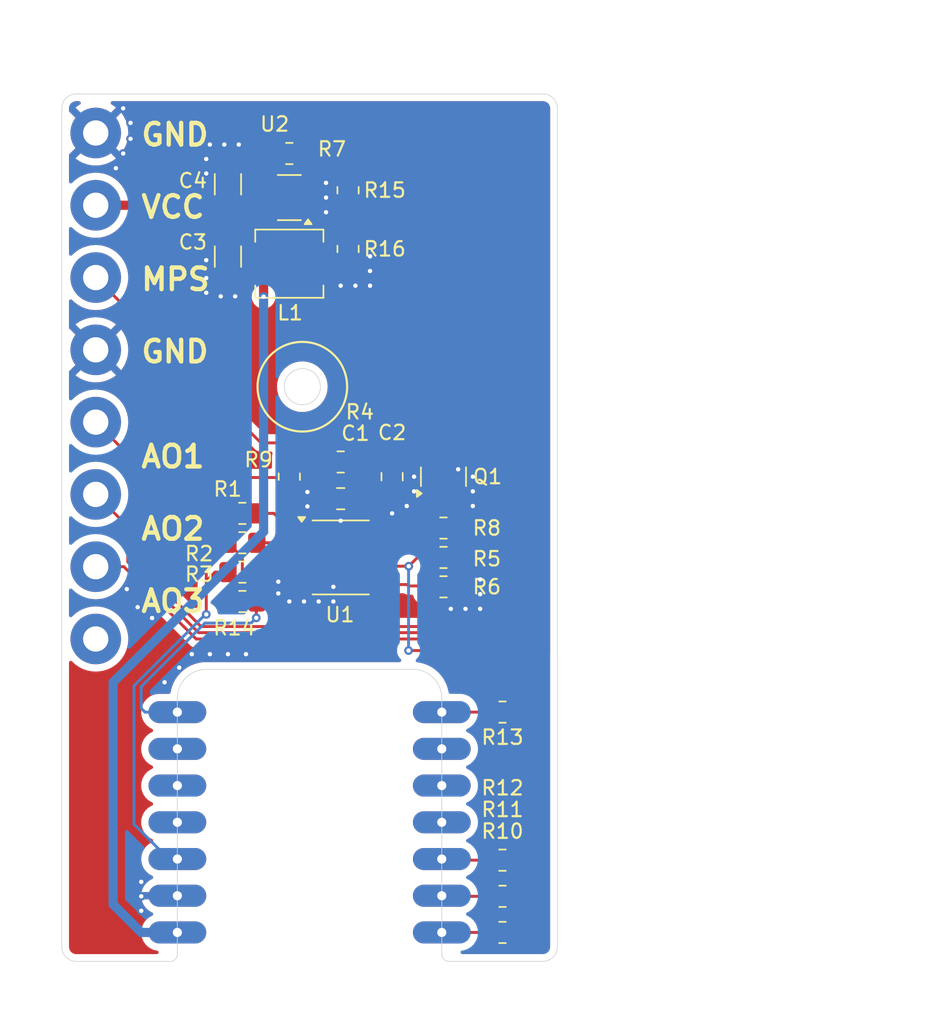
<source format=kicad_pcb>
(kicad_pcb (version 20240108) (generator "pcbnew") (generator_version "8.0")
  (layers (0 "F.Cu" signal) (31 "B.Cu" signal) (34 "B.Paste" user) (35 "F.Paste" user) (36 "B.SilkS" user "B.Silkscreen") (37 "F.SilkS" user "F.Silkscreen") (38 "B.Mask" user) (39 "F.Mask" user) (44 "Edge.Cuts" user))
  (net 0 "")
  (net 1 "GND")
  (net 2 "+3V3")
  (net 3 "MPS")
  (net 4 "+5V")
  (net 5 "+24V")
  (net 6 "Net-(U1A--)")
  (net 8 "AO3")
  (net 9 "AO1")
  (net 10 "AO2")
  (net 11 "Net-(Q1-B)")
  (net 12 "UART_RX")
  (net 13 "Net-(U1A-+)")
  (net 14 "UART_TX")
  (net 15 "Net-(U2-SW)")
  (net 16 "Net-(J1-Pin_7)")
  (net 18 "Net-(J1-Pin_3)")
  (net 19 "Net-(U2-FB)")
  (net 20 "Net-(J1-Pin_2)")
  (net 24 "Net-(J2-Pin_7)")
  (net 25 "Net-(R15-Pad2)")
  (net 27 "Net-(J1-Pin_1)")
  (footprint "Resistor_SMD:R_0805_2012Metric_Pad1.20x1.40mm_HandSolder" (layer "F.Cu") (at 162.5 73.076)
    (property "Reference" "R3" (at -3.0004 0.1524 0) (layer "F.SilkS"))
    (property "Value" "15k")
    (fp_line (start -0.227064 -0.735) (end 0.227064 -0.735) (stroke (width 0.12)) (layer "F.SilkS"))
    (fp_line (start -0.227064 0.735) (end 0.227064 0.735) (stroke (width 0.12)) (layer "F.SilkS"))
    (pad "1" smd roundrect (at -1 0) (size 1.2 1.4) (layers "F.Cu" "F.Paste" "F.Mask") (roundrect_rratio 0.208333) (net 2 "+3V3"))
    (pad "2" smd roundrect (at 1 0) (size 1.2 1.4) (layers "F.Cu" "F.Paste" "F.Mask") (roundrect_rratio 0.208333) (net 13 "Net-(U1A-+)"))
  )
  (footprint "Project_Library:XIAO_ESP32-C3_Custom_Connector" (layer "F.Cu") (at 158 98 180)
    (property "Reference" "J2" (hide yes))
    (property "Value" "Conn_01x07_Socket")
    (pad "1" thru_hole oval (at 0 0 180) (size 4 1.524) (drill 0.635) (layers "*.Cu" "*.Mask") (net 4 "+5V"))
    (pad "2" thru_hole oval (at 0 2.54 180) (size 4 1.524) (drill 0.635) (layers "*.Cu" "*.Mask") (net 1 "GND"))
    (pad "3" thru_hole oval (at 0 5.08 180) (size 4 1.524) (drill 0.635) (layers "*.Cu" "*.Mask") (net 2 "+3V3"))
    (pad "4" thru_hole oval (at 0 7.62 180) (size 4 1.524) (drill 0.635) (layers "*.Cu" "*.Mask"))
    (pad "5" thru_hole oval (at 0 10.16 180) (size 4 1.524) (drill 0.635) (layers "*.Cu" "*.Mask"))
    (pad "6" thru_hole oval (at 0 12.7 180) (size 4 1.524) (drill 0.635) (layers "*.Cu" "*.Mask"))
    (pad "7" thru_hole oval (at 0 15.24 180) (size 4 1.524) (drill 0.635) (layers "*.Cu" "*.Mask") (net 24 "Net-(J2-Pin_7)"))
  )
  (footprint "Resistor_SMD:R_0805_2012Metric_Pad1.20x1.40mm_HandSolder" (layer "F.Cu") (at 169.812 46.66 -90)
    (property "Reference" "R15" (at 0 -2.54 180) (layer "F.SilkS"))
    (property "Value" "33k")
    (fp_line (start -0.227064 0.735) (end 0.227064 0.735) (stroke (width 0.12)) (layer "F.SilkS"))
    (fp_line (start -0.227064 -0.735) (end 0.227064 -0.735) (stroke (width 0.12)) (layer "F.SilkS"))
    (pad "1" smd roundrect (at -1 0 270) (size 1.2 1.4) (layers "F.Cu" "F.Paste" "F.Mask") (roundrect_rratio 0.208333) (net 19 "Net-(U2-FB)"))
    (pad "2" smd roundrect (at 1 0 270) (size 1.2 1.4) (layers "F.Cu" "F.Paste" "F.Mask") (roundrect_rratio 0.208333) (net 25 "Net-(R15-Pad2)"))
  )
  (footprint "Resistor_SMD:R_0805_2012Metric_Pad1.20x1.40mm_HandSolder" (layer "F.Cu") (at 165.748 66.472 90)
    (property "Reference" "R9" (at 1.1684 -2.1336 180) (layer "F.SilkS"))
    (property "Value" "200k")
    (fp_line (start -0.227064 -0.735) (end 0.227064 -0.735) (stroke (width 0.12)) (layer "F.SilkS"))
    (fp_line (start -0.227064 0.735) (end 0.227064 0.735) (stroke (width 0.12)) (layer "F.SilkS"))
    (pad "1" smd roundrect (at -1 0 90) (size 1.2 1.4) (layers "F.Cu" "F.Paste" "F.Mask") (roundrect_rratio 0.208333) (net 6 "Net-(U1A--)"))
    (pad "2" smd roundrect (at 1 0 90) (size 1.2 1.4) (layers "F.Cu" "F.Paste" "F.Mask") (roundrect_rratio 0.208333) (net 3 "MPS"))
  )
  (footprint "Capacitor_SMD:C_1206_3216Metric" (layer "F.Cu") (at 161.5 51.25 -90)
    (property "Reference" "C3" (at -1 2.434 0) (layer "F.SilkS"))
    (property "Value" "1u")
    (fp_line (start -0.711252 0.91) (end 0.711252 0.91) (stroke (width 0.12)) (layer "F.SilkS"))
    (fp_line (start -0.711252 -0.91) (end 0.711252 -0.91) (stroke (width 0.12)) (layer "F.SilkS"))
    (pad "1" smd roundrect (at -1.475 0 270) (size 1.15 1.8) (layers "F.Cu" "F.Paste" "F.Mask") (roundrect_rratio 0.217391) (net 4 "+5V"))
    (pad "2" smd roundrect (at 1.475 0 270) (size 1.15 1.8) (layers "F.Cu" "F.Paste" "F.Mask") (roundrect_rratio 0.217391) (net 1 "GND"))
  )
  (footprint "Resistor_SMD:R_0805_2012Metric_Pad1.20x1.40mm_HandSolder" (layer "F.Cu") (at 176.416 70.028 180)
    (property "Reference" "R8" (at -3 0 0) (layer "F.SilkS"))
    (property "Value" "4.7k")
    (fp_line (start -0.227064 0.735) (end 0.227064 0.735) (stroke (width 0.12)) (layer "F.SilkS"))
    (fp_line (start -0.227064 -0.735) (end 0.227064 -0.735) (stroke (width 0.12)) (layer "F.SilkS"))
    (pad "1" smd roundrect (at -1 0 180) (size 1.2 1.4) (layers "F.Cu" "F.Paste" "F.Mask") (roundrect_rratio 0.208333) (net 2 "+3V3"))
    (pad "2" smd roundrect (at 1 0 180) (size 1.2 1.4) (layers "F.Cu" "F.Paste" "F.Mask") (roundrect_rratio 0.208333) (net 11 "Net-(Q1-B)"))
  )
  (footprint "Project_Library:XIAO_ESP32-C3_Custom_Connector" (layer "F.Cu") (at 176.3 98 180)
    (property "Reference" "J1" (hide yes))
    (property "Value" "Conn_01x07_Socket")
    (pad "1" thru_hole oval (at 0 0 180) (size 4 1.524) (drill 0.635) (layers "*.Cu" "*.Mask") (net 27 "Net-(J1-Pin_1)"))
    (pad "2" thru_hole oval (at 0 2.54 180) (size 4 1.524) (drill 0.635) (layers "*.Cu" "*.Mask") (net 20 "Net-(J1-Pin_2)"))
    (pad "3" thru_hole oval (at 0 5.08 180) (size 4 1.524) (drill 0.635) (layers "*.Cu" "*.Mask") (net 18 "Net-(J1-Pin_3)"))
    (pad "4" thru_hole oval (at 0 7.62 180) (size 4 1.524) (drill 0.635) (layers "*.Cu" "*.Mask"))
    (pad "5" thru_hole oval (at 0 10.16 180) (size 4 1.524) (drill 0.635) (layers "*.Cu" "*.Mask"))
    (pad "6" thru_hole oval (at 0 12.7 180) (size 4 1.524) (drill 0.635) (layers "*.Cu" "*.Mask"))
    (pad "7" thru_hole oval (at 0 15.24 180) (size 4 1.524) (drill 0.635) (layers "*.Cu" "*.Mask") (net 16 "Net-(J1-Pin_7)"))
  )
  (footprint "Resistor_SMD:R_0805_2012Metric_Pad1.20x1.40mm_HandSolder" (layer "F.Cu") (at 169.812 50.724 -90)
    (property "Reference" "R16" (at 0 -2.54 180) (layer "F.SilkS"))
    (property "Value" "1k")
    (fp_line (start -0.227064 0.735) (end 0.227064 0.735) (stroke (width 0.12)) (layer "F.SilkS"))
    (fp_line (start -0.227064 -0.735) (end 0.227064 -0.735) (stroke (width 0.12)) (layer "F.SilkS"))
    (pad "1" smd roundrect (at -1 0 270) (size 1.2 1.4) (layers "F.Cu" "F.Paste" "F.Mask") (roundrect_rratio 0.208333) (net 25 "Net-(R15-Pad2)"))
    (pad "2" smd roundrect (at 1 0 270) (size 1.2 1.4) (layers "F.Cu" "F.Paste" "F.Mask") (roundrect_rratio 0.208333) (net 1 "GND"))
  )
  (footprint "Resistor_SMD:R_0805_2012Metric_Pad1.20x1.40mm_HandSolder" (layer "F.Cu") (at 176.416 72.06 180)
    (property "Reference" "R5" (at -3 -0.1 0) (layer "F.SilkS"))
    (property "Value" "10k")
    (fp_line (start -0.227064 0.735) (end 0.227064 0.735) (stroke (width 0.12)) (layer "F.SilkS"))
    (fp_line (start -0.227064 -0.735) (end 0.227064 -0.735) (stroke (width 0.12)) (layer "F.SilkS"))
    (pad "1" smd roundrect (at -1 0 180) (size 1.2 1.4) (layers "F.Cu" "F.Paste" "F.Mask") (roundrect_rratio 0.208333) (net 2 "+3V3"))
    (pad "2" smd roundrect (at 1 0 180) (size 1.2 1.4) (layers "F.Cu" "F.Paste" "F.Mask") (roundrect_rratio 0.208333) (net 14 "UART_TX"))
  )
  (footprint "Resistor_SMD:R_0805_2012Metric_Pad1.20x1.40mm_HandSolder" (layer "F.Cu") (at 169.304 65.456)
    (property "Reference" "R4" (at 1.3208 -3.4544 0) (layer "F.SilkS"))
    (property "Value" "4.7k")
    (fp_line (start -0.227064 -0.735) (end 0.227064 -0.735) (stroke (width 0.12)) (layer "F.SilkS"))
    (fp_line (start -0.227064 0.735) (end 0.227064 0.735) (stroke (width 0.12)) (layer "F.SilkS"))
    (pad "1" smd roundrect (at -1 0) (size 1.2 1.4) (layers "F.Cu" "F.Paste" "F.Mask") (roundrect_rratio 0.208333) (net 2 "+3V3"))
    (pad "2" smd roundrect (at 1 0) (size 1.2 1.4) (layers "F.Cu" "F.Paste" "F.Mask") (roundrect_rratio 0.208333) (net 3 "MPS"))
  )
  (footprint "Inductor_SMD:L_APV_APH0420" (layer "F.Cu") (at 165.748 51.74)
    (property "Reference" "L1" (at 0.0508 3.4036 180) (layer "F.SilkS"))
    (property "Value" "10u")
    (fp_line (start -2.36 -2.36) (end -2.36 -1.51) (stroke (width 0.12)) (layer "F.SilkS"))
    (fp_line (start -2.36 -2.36) (end 2.36 -2.36) (stroke (width 0.12)) (layer "F.SilkS"))
    (fp_line (start -2.36 2.36) (end -2.36 1.51) (stroke (width 0.12)) (layer "F.SilkS"))
    (fp_line (start -2.36 2.36) (end 2.36 2.36) (stroke (width 0.12)) (layer "F.SilkS"))
    (fp_line (start 2.36 -2.36) (end 2.36 -1.51) (stroke (width 0.12)) (layer "F.SilkS"))
    (fp_line (start 2.36 2.36) (end 2.36 1.51) (stroke (width 0.12)) (layer "F.SilkS"))
    (pad "1" smd roundrect (at -1.85 0) (size 1.5 2.5) (layers "F.Cu" "F.Paste" "F.Mask") (roundrect_rratio 0.166667) (net 4 "+5V"))
    (pad "2" smd roundrect (at 1.85 0) (size 1.5 2.5) (layers "F.Cu" "F.Paste" "F.Mask") (roundrect_rratio 0.166667) (net 15 "Net-(U2-SW)"))
  )
  (footprint "Package_TO_SOT_SMD:SOT-23-6" (layer "F.Cu") (at 165.748 47.168 180)
    (property "Reference" "U2" (at 1.016 5.08 180) (layer "F.SilkS"))
    (property "Value" "TLV61046ADB")
    (fp_line (start 0 1.56) (end 0.8 1.56) (stroke (width 0.12)) (layer "F.SilkS"))
    (fp_line (start 0 1.56) (end -0.8 1.56) (stroke (width 0.12)) (layer "F.SilkS"))
    (fp_line (start 0 -1.56) (end 0.8 -1.56) (stroke (width 0.12)) (layer "F.SilkS"))
    (fp_line (start 0 -1.56) (end -0.8 -1.56) (stroke (width 0.12)) (layer "F.SilkS"))
    (fp_poly (pts (xy -1.3 -1.51) (xy -1.54 -1.84) (xy -1.06 -1.84) (xy -1.3 -1.51)) (stroke (width 0.12)) (fill solid) (layer "F.SilkS"))
    (pad "1" smd roundrect (at -1.1375 -0.95 180) (size 1.325 0.6) (layers "F.Cu" "F.Paste" "F.Mask") (net 15 "Net-(U2-SW)"))
    (pad "2" smd roundrect (at -1.1375 0 180) (size 1.325 0.6) (layers "F.Cu" "F.Paste" "F.Mask") (net 1 "GND"))
    (pad "3" smd roundrect (at -1.1375 0.95 180) (size 1.325 0.6) (layers "F.Cu" "F.Paste" "F.Mask") (net 19 "Net-(U2-FB)"))
    (pad "4" smd roundrect (at 1.1375 0.95 180) (size 1.325 0.6) (layers "F.Cu" "F.Paste" "F.Mask") (net 4 "+5V"))
    (pad "5" smd roundrect (at 1.1375 0 180) (size 1.325 0.6) (layers "F.Cu" "F.Paste" "F.Mask") (net 5 "+24V"))
    (pad "6" smd roundrect (at 1.1375 -0.95 180) (size 1.325 0.6) (layers "F.Cu" "F.Paste" "F.Mask") (net 4 "+5V"))
  )
  (footprint "Project_Library:RoomUnit_Connector_5mm" (layer "F.Cu") (at 152.35 42.7)
    (property "Reference" "U4" (hide yes))
    (property "Value" "~")
    (fp_text user "MPS" (at 3 11 0) (layer "F.SilkS") (effects (font (size 1.5 1.5) (thickness 0.3) (bold yes)) (justify left bottom)))
    (fp_text user "GND" (at 3 16 0) (layer "F.SilkS") (effects (font (size 1.5 1.5) (thickness 0.3) (bold yes)) (justify left bottom)))
    (fp_text user "AO1" (at 3 23.264 0) (layer "F.SilkS") (effects (font (size 1.5 1.5) (thickness 0.3) (bold yes)) (justify left bottom)))
    (fp_text user "VCC" (at 3 6 0) (layer "F.SilkS") (effects (font (size 1.5 1.5) (thickness 0.3) (bold yes)) (justify left bottom)))
    (fp_text user "AO3" (at 3 33.264 0) (layer "F.SilkS") (effects (font (size 1.5 1.5) (thickness 0.3) (bold yes)) (justify left bottom)))
    (fp_text user "AO2" (at 3 28.264 0) (layer "F.SilkS") (effects (font (size 1.5 1.5) (thickness 0.3) (bold yes)) (justify left bottom)))
    (fp_text user "GND" (at 3 1 0) (layer "F.SilkS") (effects (font (size 1.5 1.5) (thickness 0.3) (bold yes)) (justify left bottom)))
    (pad "1" thru_hole circle (at 0 0) (size 3.5 3.5) (drill 1.75) (layers "*.Cu" "*.Mask" "Dwgs.User") (net 1 "GND") (clearance 1))
    (pad "2" thru_hole circle (at 0 5) (size 3.5 3.5) (drill 1.75) (layers "*.Cu" "*.Mask" "Dwgs.User") (net 5 "+24V"))
    (pad "3" thru_hole circle (at 0 10) (size 3.5 3.5) (drill 1.75) (layers "*.Cu" "*.Mask" "Dwgs.User") (net 3 "MPS"))
    (pad "4" thru_hole circle (at 0 15) (size 3.5 3.5) (drill 1.75) (layers "*.Cu" "*.Mask" "Dwgs.User") (net 1 "GND"))
    (pad "5" thru_hole circle (at 0 20) (size 3.5 3.5) (drill 1.75) (layers "*.Cu" "*.Mask" "Dwgs.User") (net 9 "AO1"))
    (pad "6" thru_hole circle (at 0 25) (size 3.5 3.5) (drill 1.75) (layers "*.Cu" "*.Mask" "Dwgs.User") (net 10 "AO2"))
    (pad "7" thru_hole circle (at 0 30) (size 3.5 3.5) (drill 1.75) (layers "*.Cu" "*.Mask" "Dwgs.User") (net 8 "AO3"))
    (pad "8" thru_hole circle (at 0 35) (size 3.5 3.5) (drill 1.75) (layers "*.Cu" "*.Mask" "Dwgs.User"))
  )
  (footprint "Resistor_SMD:R_0805_2012Metric_Pad1.20x1.40mm_HandSolder" (layer "F.Cu") (at 180.5 95.5 180)
    (property "Reference" "R11" (at 0 6 0) (layer "F.SilkS"))
    (property "Value" "0")
    (fp_line (start -0.227064 0.735) (end 0.227064 0.735) (stroke (width 0.12)) (layer "F.SilkS"))
    (fp_line (start -0.227064 -0.735) (end 0.227064 -0.735) (stroke (width 0.12)) (layer "F.SilkS"))
    (pad "1" smd roundrect (at -1 0 180) (size 1.2 1.4) (layers "F.Cu" "F.Paste" "F.Mask") (roundrect_rratio 0.208333) (net 10 "AO2"))
    (pad "2" smd roundrect (at 1 0 180) (size 1.2 1.4) (layers "F.Cu" "F.Paste" "F.Mask") (roundrect_rratio 0.208333) (net 20 "Net-(J1-Pin_2)"))
  )
  (footprint "Resistor_SMD:R_0805_2012Metric_Pad1.20x1.40mm_HandSolder" (layer "F.Cu") (at 180.5 82.757702 180)
    (property "Reference" "R13" (at 0 -1.742298 0) (layer "F.SilkS"))
    (property "Value" "0")
    (fp_line (start -0.227064 0.735) (end 0.227064 0.735) (stroke (width 0.12)) (layer "F.SilkS"))
    (fp_line (start -0.227064 -0.735) (end 0.227064 -0.735) (stroke (width 0.12)) (layer "F.SilkS"))
    (pad "1" smd roundrect (at -1 0 180) (size 1.2 1.4) (layers "F.Cu" "F.Paste" "F.Mask") (roundrect_rratio 0.208333) (net 14 "UART_TX"))
    (pad "2" smd roundrect (at 1 0 180) (size 1.2 1.4) (layers "F.Cu" "F.Paste" "F.Mask") (roundrect_rratio 0.208333) (net 16 "Net-(J1-Pin_7)"))
  )
  (footprint "Capacitor_SMD:C_1206_3216Metric" (layer "F.Cu") (at 161.5 46.25 90)
    (property "Reference" "C4" (at 0.25 -2.434 180) (layer "F.SilkS"))
    (property "Value" "4.7u")
    (fp_line (start -0.711252 -0.91) (end 0.711252 -0.91) (stroke (width 0.12)) (layer "F.SilkS"))
    (fp_line (start -0.711252 0.91) (end 0.711252 0.91) (stroke (width 0.12)) (layer "F.SilkS"))
    (pad "1" smd roundrect (at -1.475 0 90) (size 1.15 1.8) (layers "F.Cu" "F.Paste" "F.Mask") (roundrect_rratio 0.217391) (net 5 "+24V"))
    (pad "2" smd roundrect (at 1.475 0 90) (size 1.15 1.8) (layers "F.Cu" "F.Paste" "F.Mask") (roundrect_rratio 0.217391) (net 1 "GND"))
  )
  (footprint "Resistor_SMD:R_0805_2012Metric_Pad1.20x1.40mm_HandSolder" (layer "F.Cu") (at 176.416 74.092)
    (property "Reference" "R6" (at 3 0 0) (layer "F.SilkS"))
    (property "Value" "8.2k")
    (fp_line (start -0.227064 -0.735) (end 0.227064 -0.735) (stroke (width 0.12)) (layer "F.SilkS"))
    (fp_line (start -0.227064 0.735) (end 0.227064 0.735) (stroke (width 0.12)) (layer "F.SilkS"))
    (pad "1" smd roundrect (at -1 0) (size 1.2 1.4) (layers "F.Cu" "F.Paste" "F.Mask") (roundrect_rratio 0.208333) (net 13 "Net-(U1A-+)"))
    (pad "2" smd roundrect (at 1 0) (size 1.2 1.4) (layers "F.Cu" "F.Paste" "F.Mask") (roundrect_rratio 0.208333) (net 1 "GND"))
  )
  (footprint "Resistor_SMD:R_0805_2012Metric_Pad1.20x1.40mm_HandSolder" (layer "F.Cu") (at 180.5 93 180)
    (property "Reference" "R12" (at 0 5 0) (layer "F.SilkS"))
    (property "Value" "0")
    (fp_line (start -0.227064 0.735) (end 0.227064 0.735) (stroke (width 0.12)) (layer "F.SilkS"))
    (fp_line (start -0.227064 -0.735) (end 0.227064 -0.735) (stroke (width 0.12)) (layer "F.SilkS"))
    (pad "1" smd roundrect (at -1 0 180) (size 1.2 1.4) (layers "F.Cu" "F.Paste" "F.Mask") (roundrect_rratio 0.208333) (net 8 "AO3"))
    (pad "2" smd roundrect (at 1 0 180) (size 1.2 1.4) (layers "F.Cu" "F.Paste" "F.Mask") (roundrect_rratio 0.208333) (net 18 "Net-(J1-Pin_3)"))
  )
  (footprint "Resistor_SMD:R_0805_2012Metric_Pad1.20x1.40mm_HandSolder" (layer "F.Cu") (at 162.5 75.108 180)
    (property "Reference" "R14" (at 0.562 -1.8288 0) (layer "F.SilkS"))
    (property "Value" "0")
    (fp_line (start -0.227064 0.735) (end 0.227064 0.735) (stroke (width 0.12)) (layer "F.SilkS"))
    (fp_line (start -0.227064 -0.735) (end 0.227064 -0.735) (stroke (width 0.12)) (layer "F.SilkS"))
    (pad "1" smd roundrect (at -1 0 180) (size 1.2 1.4) (layers "F.Cu" "F.Paste" "F.Mask") (roundrect_rratio 0.208333) (net 24 "Net-(J2-Pin_7)"))
    (pad "2" smd roundrect (at 1 0 180) (size 1.2 1.4) (layers "F.Cu" "F.Paste" "F.Mask") (roundrect_rratio 0.208333) (net 12 "UART_RX"))
  )
  (footprint "Capacitor_SMD:C_0805_2012Metric_Pad1.18x1.45mm_HandSolder" (layer "F.Cu") (at 169.304 67.996 180)
    (property "Reference" "C1" (at -1.016 4.5212 0) (layer "F.SilkS"))
    (property "Value" "100n")
    (fp_line (start -0.261252 0.735) (end 0.261252 0.735) (stroke (width 0.12)) (layer "F.SilkS"))
    (fp_line (start -0.261252 -0.735) (end 0.261252 -0.735) (stroke (width 0.12)) (layer "F.SilkS"))
    (pad "1" smd roundrect (at -1.0375 0 180) (size 1.175 1.45) (layers "F.Cu" "F.Paste" "F.Mask") (roundrect_rratio 0.212766) (net 2 "+3V3"))
    (pad "2" smd roundrect (at 1.0375 0 180) (size 1.175 1.45) (layers "F.Cu" "F.Paste" "F.Mask") (roundrect_rratio 0.212766) (net 1 "GND"))
  )
  (footprint "Package_TO_SOT_SMD:SOT-23" (layer "F.Cu") (at 176.416 66.472 90)
    (property "Reference" "Q1" (at 0 3.048 180) (layer "F.SilkS"))
    (property "Value" "MMBTA06")
    (fp_line (start 0 -1.56) (end 0.65 -1.56) (stroke (width 0.12)) (layer "F.SilkS"))
    (fp_line (start 0 -1.56) (end -0.65 -1.56) (stroke (width 0.12)) (layer "F.SilkS"))
    (fp_line (start 0 1.56) (end 0.65 1.56) (stroke (width 0.12)) (layer "F.SilkS"))
    (fp_line (start 0 1.56) (end -0.65 1.56) (stroke (width 0.12)) (layer "F.SilkS"))
    (fp_poly (pts (xy -1.1625 -1.51) (xy -1.4025 -1.84) (xy -0.9225 -1.84) (xy -1.1625 -1.51)) (stroke (width 0.12)) (fill solid) (layer "F.SilkS"))
    (pad "1" smd roundrect (at -0.9375 -0.95 90) (size 1.475 0.6) (layers "F.Cu" "F.Paste" "F.Mask") (net 11 "Net-(Q1-B)"))
    (pad "2" smd roundrect (at -0.9375 0.95 90) (size 1.475 0.6) (layers "F.Cu" "F.Paste" "F.Mask") (net 1 "GND"))
    (pad "3" smd roundrect (at 0.9375 0 90) (size 1.475 0.6) (layers "F.Cu" "F.Paste" "F.Mask") (net 3 "MPS"))
  )
  (footprint "Package_SO:SOIC-8_3.9x4.9mm_P1.27mm" (layer "F.Cu") (at 169.304 72.06)
    (property "Reference" "U1" (at -0.0508 3.9624 0) (layer "F.SilkS"))
    (property "Value" "LMV393")
    (fp_line (start 0 -2.56) (end -1.95 -2.56) (stroke (width 0.12)) (layer "F.SilkS"))
    (fp_line (start 0 -2.56) (end 1.95 -2.56) (stroke (width 0.12)) (layer "F.SilkS"))
    (fp_line (start 0 2.56) (end -1.95 2.56) (stroke (width 0.12)) (layer "F.SilkS"))
    (fp_line (start 0 2.56) (end 1.95 2.56) (stroke (width 0.12)) (layer "F.SilkS"))
    (fp_poly (pts (xy -2.7 -2.465) (xy -2.94 -2.795) (xy -2.46 -2.795) (xy -2.7 -2.465)) (stroke (width 0.12)) (fill solid) (layer "F.SilkS"))
    (pad "1" smd roundrect (at -2.475 -1.905) (size 1.95 0.6) (layers "F.Cu" "F.Paste" "F.Mask") (net 12 "UART_RX"))
    (pad "2" smd roundrect (at -2.475 -0.635) (size 1.95 0.6) (layers "F.Cu" "F.Paste" "F.Mask") (net 6 "Net-(U1A--)"))
    (pad "3" smd roundrect (at -2.475 0.635) (size 1.95 0.6) (layers "F.Cu" "F.Paste" "F.Mask") (net 13 "Net-(U1A-+)"))
    (pad "4" smd roundrect (at -2.475 1.905) (size 1.95 0.6) (layers "F.Cu" "F.Paste" "F.Mask") (net 1 "GND"))
    (pad "5" smd roundrect (at 2.475 1.905) (size 1.95 0.6) (layers "F.Cu" "F.Paste" "F.Mask") (net 13 "Net-(U1A-+)"))
    (pad "6" smd roundrect (at 2.475 0.635) (size 1.95 0.6) (layers "F.Cu" "F.Paste" "F.Mask") (net 14 "UART_TX"))
    (pad "7" smd roundrect (at 2.475 -0.635) (size 1.95 0.6) (layers "F.Cu" "F.Paste" "F.Mask") (net 11 "Net-(Q1-B)"))
    (pad "8" smd roundrect (at 2.475 -1.905) (size 1.95 0.6) (layers "F.Cu" "F.Paste" "F.Mask") (net 2 "+3V3"))
  )
  (footprint "Capacitor_SMD:C_0805_2012Metric_Pad1.18x1.45mm_HandSolder" (layer "F.Cu") (at 172.86 66.472 -90)
    (property "Reference" "C2" (at -3.048 0 180) (layer "F.SilkS"))
    (property "Value" "1n")
    (fp_line (start -0.261252 0.735) (end 0.261252 0.735) (stroke (width 0.12)) (layer "F.SilkS"))
    (fp_line (start -0.261252 -0.735) (end 0.261252 -0.735) (stroke (width 0.12)) (layer "F.SilkS"))
    (pad "1" smd roundrect (at -1.0375 0 270) (size 1.175 1.45) (layers "F.Cu" "F.Paste" "F.Mask") (roundrect_rratio 0.212766) (net 3 "MPS"))
    (pad "2" smd roundrect (at 1.0375 0 270) (size 1.175 1.45) (layers "F.Cu" "F.Paste" "F.Mask") (roundrect_rratio 0.212766) (net 1 "GND"))
  )
  (footprint "Resistor_SMD:R_0805_2012Metric_Pad1.20x1.40mm_HandSolder" (layer "F.Cu") (at 180.5 98 180)
    (property "Reference" "R10" (at 0 7 0) (layer "F.SilkS"))
    (property "Value" "0")
    (fp_line (start -0.227064 0.735) (end 0.227064 0.735) (stroke (width 0.12)) (layer "F.SilkS"))
    (fp_line (start -0.227064 -0.735) (end 0.227064 -0.735) (stroke (width 0.12)) (layer "F.SilkS"))
    (pad "1" smd roundrect (at -1 0 180) (size 1.2 1.4) (layers "F.Cu" "F.Paste" "F.Mask") (roundrect_rratio 0.208333) (net 9 "AO1"))
    (pad "2" smd roundrect (at 1 0 180) (size 1.2 1.4) (layers "F.Cu" "F.Paste" "F.Mask") (roundrect_rratio 0.208333) (net 27 "Net-(J1-Pin_1)"))
  )
  (footprint "Resistor_SMD:R_0805_2012Metric_Pad1.20x1.40mm_HandSolder" (layer "F.Cu") (at 162.4968 69.012)
    (property "Reference" "R1" (at -1.016 -1.6764 0) (layer "F.SilkS"))
    (property "Value" "4.7k")
    (fp_line (start -0.227064 -0.735) (end 0.227064 -0.735) (stroke (width 0.12)) (layer "F.SilkS"))
    (fp_line (start -0.227064 0.735) (end 0.227064 0.735) (stroke (width 0.12)) (layer "F.SilkS"))
    (pad "1" smd roundrect (at -1 0) (size 1.2 1.4) (layers "F.Cu" "F.Paste" "F.Mask") (roundrect_rratio 0.208333) (net 2 "+3V3"))
    (pad "2" smd roundrect (at 1 0) (size 1.2 1.4) (layers "F.Cu" "F.Paste" "F.Mask") (roundrect_rratio 0.208333) (net 12 "UART_RX"))
  )
  (footprint "Resistor_SMD:R_0805_2012Metric_Pad1.20x1.40mm_HandSolder" (layer "F.Cu") (at 165.748 44.12)
    (property "Reference" "R7" (at 2.9464 -0.3048 0) (layer "F.SilkS"))
    (property "Value" "1M")
    (fp_line (start -0.227064 -0.735) (end 0.227064 -0.735) (stroke (width 0.12)) (layer "F.SilkS"))
    (fp_line (start -0.227064 0.735) (end 0.227064 0.735) (stroke (width 0.12)) (layer "F.SilkS"))
    (pad "1" smd roundrect (at -1 0) (size 1.2 1.4) (layers "F.Cu" "F.Paste" "F.Mask") (roundrect_rratio 0.208333) (net 5 "+24V"))
    (pad "2" smd roundrect (at 1 0) (size 1.2 1.4) (layers "F.Cu" "F.Paste" "F.Mask") (roundrect_rratio 0.208333) (net 19 "Net-(U2-FB)"))
  )
  (footprint "Resistor_SMD:R_0805_2012Metric_Pad1.20x1.40mm_HandSolder" (layer "F.Cu") (at 162.5 71.044)
    (property "Reference" "R2" (at -3.0004 0.762 0) (layer "F.SilkS"))
    (property "Value" "680k")
    (fp_line (start -0.227064 -0.735) (end 0.227064 -0.735) (stroke (width 0.12)) (layer "F.SilkS"))
    (fp_line (start -0.227064 0.735) (end 0.227064 0.735) (stroke (width 0.12)) (layer "F.SilkS"))
    (pad "1" smd roundrect (at -1 0) (size 1.2 1.4) (layers "F.Cu" "F.Paste" "F.Mask") (roundrect_rratio 0.208333) (net 12 "UART_RX"))
    (pad "2" smd roundrect (at 1 0) (size 1.2 1.4) (layers "F.Cu" "F.Paste" "F.Mask") (roundrect_rratio 0.208333) (net 6 "Net-(U1A--)"))
  )
  (gr_circle (center 166.65 60.25) (end 169.75 60.25) (stroke (width 0.15)) (fill none) (layer "F.SilkS"))
  (gr_line (start 151 40) (end 183.3 40) (stroke (width 0.05)) (layer "Edge.Cuts"))
  (gr_arc (start 150 41) (mid 150.292893 40.292893) (end 151 40) (stroke (width 0.05)) (layer "Edge.Cuts"))
  (gr_line (start 176.3 81.8) (end 176.3 99.5) (stroke (width 0.05)) (layer "Edge.Cuts"))
  (gr_arc (start 174.3 79.8) (mid 175.714214 80.385786) (end 176.3 81.8) (stroke (width 0.05)) (layer "Edge.Cuts"))
  (gr_line (start 184.3 41) (end 184.3 99) (stroke (width 0.05)) (layer "Edge.Cuts"))
  (gr_arc (start 158 81.8) (mid 158.585786 80.385786) (end 160 79.8) (stroke (width 0.05)) (layer "Edge.Cuts"))
  (gr_line (start 160 79.8) (end 174.3 79.8) (stroke (width 0.05)) (layer "Edge.Cuts"))
  (gr_line (start 150 99) (end 150 41) (stroke (width 0.05)) (layer "Edge.Cuts"))
  (gr_line (start 158 99.5) (end 158 81.8) (stroke (width 0.05)) (layer "Edge.Cuts"))
  (gr_arc (start 183.3 40) (mid 184.007107 40.292893) (end 184.3 41) (stroke (width 0.05)) (layer "Edge.Cuts"))
  (gr_circle (center 166.65 60.25) (end 167.9 60.25) (stroke (width 0.05)) (fill none) (layer "Edge.Cuts"))
  (gr_arc (start 158 99.5) (mid 157.853553 99.853553) (end 157.5 100) (stroke (width 0.05)) (layer "Edge.Cuts"))
  (gr_arc (start 184.3 99) (mid 184.007107 99.707107) (end 183.3 100) (stroke (width 0.05)) (layer "Edge.Cuts"))
  (gr_arc (start 151 100) (mid 150.292893 99.707107) (end 150 99) (stroke (width 0.05)) (layer "Edge.Cuts"))
  (gr_line (start 151 100) (end 157.5 100) (stroke (width 0.05)) (layer "Edge.Cuts"))
  (gr_line (start 176.8 100) (end 183.3 100) (stroke (width 0.05)) (layer "Edge.Cuts"))
  (gr_arc (start 176.8 100) (mid 176.446447 99.853553) (end 176.3 99.5) (stroke (width 0.05)) (layer "Edge.Cuts"))
  (segment (start 166.8855 47.168) (end 168.288 47.168) (width 0.2) (layer "F.Cu") (net 1))
  (via (at 154.758 43.104) (size 0.6) (drill 0.3) (layers "F.Cu" "B.Cu") (net 1))
  (via (at 178.956 75.616) (size 0.6) (drill 0.3) (layers "F.Cu" "B.Cu") (net 1))
  (via (at 178.956 74.6) (size 0.6) (drill 0.3) (layers "F.Cu" "B.Cu") (net 1))
  (via (at 160 45.5) (size 0.6) (drill 0.3) (layers "F.Cu" "B.Cu") (net 1))
  (via (at 173.876 68.504) (size 0.6) (drill 0.3) (layers "F.Cu" "B.Cu") (net 1))
  (via (at 166.764 75.108) (size 0.6) (drill 0.3) (layers "F.Cu" "B.Cu") (net 1))
  (via (at 171.336 51.232) (size 0.6) (drill 0.3) (layers "F.Cu" "B.Cu") (net 1))
  (via (at 177.432 65.964) (size 0.6) (drill 0.3) (layers "F.Cu" "B.Cu") (net 1))
  (via (at 155.5 94.5) (size 0.6) (drill 0.3) (layers "F.Cu" "B.Cu") (net 1))
  (via (at 170.32 53.264) (size 0.6) (drill 0.3) (layers "F.Cu" "B.Cu") (net 1))
  (via (at 155.5 96.5) (size 0.6) (drill 0.3) (layers "F.Cu" "B.Cu") (net 1))
  (via (at 154.25 44.12) (size 0.6) (drill 0.3) (layers "F.Cu" "B.Cu") (net 1))
  (via (at 167.78 75.108) (size 0.6) (drill 0.3) (layers "F.Cu" "B.Cu") (net 1))
  (via (at 164.986 74.5492) (size 0.6) (drill 0.3) (layers "F.Cu" "B.Cu") (net 1))
  (via (at 178.448 66.472) (size 0.6) (drill 0.3) (layers "F.Cu" "B.Cu") (net 1))
  (via (at 161.25 43.5) (size 0.6) (drill 0.3) (layers "F.Cu" "B.Cu") (net 1))
  (via (at 176.924 75.616) (size 0.6) (drill 0.3) (layers "F.Cu" "B.Cu") (net 1))
  (via (at 168.288 48.184) (size 0.6) (drill 0.3) (layers "F.Cu" "B.Cu") (net 1))
  (via (at 169.304 53.264) (size 0.6) (drill 0.3) (layers "F.Cu" "B.Cu") (net 1))
  (via (at 158.128 79.68) (size 0.6) (drill 0.3) (layers "F.Cu" "B.Cu") (net 1))
  (via (at 178.448 67.488) (size 0.6) (drill 0.3) (layers "F.Cu" "B.Cu") (net 1))
  (via (at 159 78.75) (size 0.6) (drill 0.3) (layers "F.Cu" "B.Cu") (net 1))
  (via (at 168.288 47.168) (size 0.6) (drill 0.3) (layers "F.Cu" "B.Cu") (net 1))
  (via (at 165.748 75.108) (size 0.6) (drill 0.3) (layers "F.Cu" "B.Cu") (net 1))
  (via (at 160 44.5) (size 0.6) (drill 0.3) (layers "F.Cu" "B.Cu") (net 1))
  (via (at 167 67.532) (size 0.6) (drill 0.3) (layers "F.Cu" "B.Cu") (net 1))
  (via (at 160.25 78.75) (size 0.6) (drill 0.3) (layers "F.Cu" "B.Cu") (net 1))
  (via (at 172.86 69.012) (size 0.6) (drill 0.3) (layers "F.Cu" "B.Cu") (net 1))
  (via (at 168.288 46.152) (size 0.6) (drill 0.3) (layers "F.Cu" "B.Cu") (net 1))
  (via (at 162.75 78.75) (size 0.6) (drill 0.3) (layers "F.Cu" "B.Cu") (net 1))
  (via (at 160 51.5) (size 0.6) (drill 0.3) (layers "F.Cu" "B.Cu") (net 1))
  (via (at 178.448 68.504) (size 0.6) (drill 0.3) (layers "F.Cu" "B.Cu") (net 1))
  (via (at 160.25 43.5) (size 0.6) (drill 0.3) (layers "F.Cu" "B.Cu") (net 1))
  (via (at 156.25 76.25) (size 0.6) (drill 0.3) (layers "F.Cu" "B.Cu") (net 1))
  (via (at 169.304 69.52) (size 0.6) (drill 0.3) (layers "F.Cu" "B.Cu") (net 1))
  (via (at 154.25 41) (size 0.6) (drill 0.3) (layers "F.Cu" "B.Cu") (net 1))
  (via (at 155.5 95.5) (size 0.6) (drill 0.3) (layers "F.Cu" "B.Cu") (net 1))
  (via (at 160 53.75) (size 0.6) (drill 0.3) (layers "F.Cu" "B.Cu") (net 1))
  (via (at 174.384 67.488) (size 0.6) (drill 0.3) (layers "F.Cu" "B.Cu") (net 1))
  (via (at 168.796 75.108) (size 0.6) (drill 0.3) (layers "F.Cu" "B.Cu") (net 1))
  (via (at 154.758 42) (size 0.6) (drill 0.3) (layers "F.Cu" "B.Cu") (net 1))
  (via (at 178.956 73.584) (size 0.6) (drill 0.3) (layers "F.Cu" "B.Cu") (net 1))
  (via (at 154.5 74.25) (size 0.6) (drill 0.3) (layers "F.Cu" "B.Cu") (net 1))
  (via (at 164.986 73.7364) (size 0.6) (drill 0.3) (layers "F.Cu" "B.Cu") (net 1))
  (via (at 161.5 78.75) (size 0.6) (drill 0.3) (layers "F.Cu" "B.Cu") (net 1))
  (via (at 162 54) (size 0.6) (drill 0.3) (layers "F.Cu" "B.Cu") (net 1))
  (via (at 167 68.532) (size 0.6) (drill 0.3) (layers "F.Cu" "B.Cu") (net 1))
  (via (at 162.25 43.5) (size 0.6) (drill 0.3) (layers "F.Cu" "B.Cu") (net 1))
  (via (at 161 54) (size 0.6) (drill 0.3) (layers "F.Cu" "B.Cu") (net 1))
  (via (at 155.25 75.5) (size 0.6) (drill 0.3) (layers "F.Cu" "B.Cu") (net 1))
  (via (at 171.336 52.248) (size 0.6) (drill 0.3) (layers "F.Cu" "B.Cu") (net 1))
  (via (at 174.384 66.472) (size 0.6) (drill 0.3) (layers "F.Cu" "B.Cu") (net 1))
  (via (at 153.742 45.136) (size 0.6) (drill 0.3) (layers "F.Cu" "B.Cu") (net 1))
  (via (at 168.796 74.092) (size 0.6) (drill 0.3) (layers "F.Cu" "B.Cu") (net 1))
  (via (at 157.112 80.696) (size 0.6) (drill 0.3) (layers "F.Cu" "B.Cu") (net 1))
  (via (at 160 52.734) (size 0.6) (drill 0.3) (layers "F.Cu" "B.Cu") (net 1))
  (via (at 171.336 53.264) (size 0.6) (drill 0.3) (layers "F.Cu" "B.Cu") (net 1))
  (via (at 177.94 75.616) (size 0.6) (drill 0.3) (layers "F.Cu" "B.Cu") (net 1))
  (segment (start 176.924 69.012) (end 174.384 69.012) (width 0.2) (layer "F.Cu") (net 2))
  (segment (start 160.6096 73.076) (end 160 73.6856) (width 0.2) (layer "F.Cu") (net 2))
  (segment (start 170 66.532) (end 168.288 66.532) (width 0.2) (layer "F.Cu") (net 2))
  (segment (start 168.304 65.456) (end 168.304 66.516) (width 0.2) (layer "F.Cu") (net 2))
  (segment (start 157.397297 92.917297) (end 157.4 92.92) (width 0.2) (layer "F.Cu") (net 2))
  (segment (start 170.5375 68.032) (end 171.5 68.032) (width 0.2) (layer "F.Cu") (net 2))
  (segment (start 160 73.6856) (end 160 76) (width 0.2) (layer "F.Cu") (net 2))
  (segment (start 171.5 68.032) (end 171.975 68.507) (width 0.2) (layer "F.Cu") (net 2))
  (segment (start 168.288 66.532) (end 162.5 66.532) (width 0.2) (layer "F.Cu") (net 2))
  (segment (start 160 69.68) (end 160 73.6856) (width 0.2) (layer "F.Cu") (net 2))
  (segment (start 168.304 66.516) (end 168.288 66.532) (width 0.2) (layer "F.Cu") (net 2))
  (segment (start 177.416 69.504) (end 176.924 69.012) (width 0.2) (layer "F.Cu") (net 2))
  (segment (start 160.668 69.012) (end 160 69.68) (width 0.2) (layer "F.Cu") (net 2))
  (segment (start 177.416 72.06) (end 177.416 70.028) (width 0.2) (layer "F.Cu") (net 2))
  (segment (start 173.241 70.155) (end 171.779 70.155) (width 0.2) (layer "F.Cu") (net 2))
  (segment (start 174.384 69.012) (end 173.241 70.155) (width 0.2) (layer "F.Cu") (net 2))
  (segment (start 177.416 70.028) (end 177.416 69.504) (width 0.2) (layer "F.Cu") (net 2))
  (segment (start 171.975 68.507) (end 171.975 70.127) (width 0.2) (layer "F.Cu") (net 2))
  (segment (start 157.4 93) (end 157.4 92.92) (width 0.2) (layer "F.Cu") (net 2))
  (segment (start 161.5 73.076) (end 160.6096 73.076) (width 0.2) (layer "F.Cu") (net 2))
  (segment (start 161.4968 69.012) (end 160.668 69.012) (width 0.2) (layer "F.Cu") (net 2))
  (segment (start 170.5375 67.0695) (end 170 66.532) (width 0.2) (layer "F.Cu") (net 2))
  (segment (start 161.4968 67.278) (end 162.2428 66.532) (width 0.2) (layer "F.Cu") (net 2))
  (segment (start 170.5375 68.032) (end 170.5375 67.0695) (width 0.2) (layer "F.Cu") (net 2))
  (segment (start 161.4968 69.012) (end 161.4968 67.278) (width 0.2) (layer "F.Cu") (net 2))
  (segment (start 162.5 66.532) (end 162.2428 66.532) (width 0.2) (layer "F.Cu") (net 2))
  (via (at 160 76) (size 0.6) (drill 0.3) (layers "F.Cu" "B.Cu") (net 2))
  (segment (start 155 90.52) (end 157.4 92.92) (width 0.2) (layer "B.Cu") (net 2))
  (segment (start 155 80.934314) (end 155 90.52) (width 0.2) (layer "B.Cu") (net 2))
  (segment (start 159.934314 76) (end 155 80.934314) (width 0.2) (layer "B.Cu") (net 2))
  (segment (start 160 76) (end 159.934314 76) (width 0.2) (layer "B.Cu") (net 2))
  (segment (start 170.020099 64.140099) (end 165.24 64.140099) (width 0.2) (layer "F.Cu") (net 3))
  (segment (start 165.235101 64.1352) (end 163.7852 64.1352) (width 0.2) (layer "F.Cu") (net 3))
  (segment (start 165.748 64.648099) (end 165.24 64.140099) (width 0.2) (layer "F.Cu") (net 3))
  (segment (start 176.316 65.4345) (end 176.416 65.5345) (width 0.2) (layer "F.Cu") (net 3))
  (segment (start 170.304 65.456) (end 170.304 64.456) (width 0.2) (layer "F.Cu") (net 3))
  (segment (start 172.86 65.4345) (end 176.316 65.4345) (width 0.2) (layer "F.Cu") (net 3))
  (segment (start 165.748 65.472) (end 165.748 64.648099) (width 0.2) (layer "F.Cu") (net 3))
  (segment (start 163.7852 64.1352) (end 152.35 52.7) (width 0.2) (layer "F.Cu") (net 3))
  (segment (start 170.32 64.44) (end 170.020099 64.140099) (width 0.2) (layer "F.Cu") (net 3))
  (segment (start 165.24 64.140099) (end 165.235101 64.1352) (width 0.2) (layer "F.Cu") (net 3))
  (segment (start 170.304 65.456) (end 172.8385 65.456) (width 0.2) (layer "F.Cu") (net 3))
  (segment (start 170.304 64.456) (end 170.32 64.44) (width 0.2) (layer "F.Cu") (net 3))
  (segment (start 172.8385 65.456) (end 172.86 65.4345) (width 0.2) (layer "F.Cu") (net 3))
  (segment (start 165.748 46.693001) (end 165.748 47.676) (width 0.2) (layer "F.Cu") (net 4))
  (segment (start 163.716 49.6865) (end 163.7375 49.6865) (width 0.635) (layer "F.Cu") (net 4))
  (segment (start 161.684 49.6865) (end 163.716 49.6865) (width 0.635) (layer "F.Cu") (net 4))
  (segment (start 163.716 49.6865) (end 163.898 49.8685) (width 0.635) (layer "F.Cu") (net 4))
  (segment (start 165.306 48.118) (end 164.6105 48.118) (width 0.2) (layer "F.Cu") (net 4))
  (segment (start 163.96876 54.02724) (end 163.96876 51.81076) (width 0.635) (layer "F.Cu") (net 4))
  (segment (start 164.6105 48.8135) (end 164.6105 48.118) (width 0.635) (layer "F.Cu") (net 4))
  (segment (start 164.6105 46.218) (end 165.272999 46.218) (width 0.2) (layer "F.Cu") (net 4))
  (segment (start 163.7375 49.6865) (end 164.6105 48.8135) (width 0.635) (layer "F.Cu") (net 4))
  (segment (start 165.748 47.676) (end 165.306 48.118) (width 0.2) (layer "F.Cu") (net 4))
  (segment (start 165.272999 46.218) (end 165.748 46.693001) (width 0.2) (layer "F.Cu") (net 4))
  (segment (start 163.96876 51.81076) (end 163.898 51.74) (width 1.016) (layer "F.Cu") (net 4))
  (segment (start 163.898 49.8685) (end 163.898 51.74) (width 0.635) (layer "F.Cu") (net 4))
  (via (at 163.96876 54.02724) (size 0.6) (drill 0.3) (layers "F.Cu" "B.Cu") (net 4))
  (segment (start 153.556 80.696) (end 163.96876 70.28324) (width 0.635) (layer "B.Cu") (net 4))
  (segment (start 153.556 96.056) (end 153.556 80.696) (width 0.635) (layer "B.Cu") (net 4))
  (segment (start 163.96876 70.28324) (end 163.96876 54.02724) (width 0.635) (layer "B.Cu") (net 4))
  (segment (start 155.5 98) (end 157.1825 98) (width 0.635) (layer "B.Cu") (net 4))
  (segment (start 155.5 98) (end 153.556 96.056) (width 0.635) (layer "B.Cu") (net 4))
  (segment (start 161.6385 47.7) (end 152.35 47.7) (width 0.635) (layer "F.Cu") (net 5))
  (segment (start 162.7215 47.6545) (end 161.684 47.6545) (width 0.635) (layer "F.Cu") (net 5))
  (segment (start 163.716 44.12) (end 163.208 44.628) (width 0.635) (layer "F.Cu") (net 5))
  (segment (start 163.208 44.628) (end 163.208 47.168) (width 0.635) (layer "F.Cu") (net 5))
  (segment (start 152.37795 47.67205) (end 152.35 47.7) (width 0.2) (layer "F.Cu") (net 5))
  (segment (start 164.6105 47.168) (end 163.716 47.168) (width 0.635) (layer "F.Cu") (net 5))
  (segment (start 161.684 47.6545) (end 161.6385 47.7) (width 0.635) (layer "F.Cu") (net 5))
  (segment (start 163.208 47.168) (end 163.716 47.168) (width 0.635) (layer "F.Cu") (net 5))
  (segment (start 163.208 47.168) (end 162.7215 47.6545) (width 0.635) (layer "F.Cu") (net 5))
  (segment (start 164.748 44.12) (end 163.716 44.12) (width 0.635) (layer "F.Cu") (net 5))
  (segment (start 167.7796 69.132) (end 168.443 69.7954) (width 0.2) (layer "F.Cu") (net 6))
  (segment (start 168.443 69.7954) (end 168.443 71.397) (width 0.2) (layer "F.Cu") (net 6))
  (segment (start 166.376 69.132) (end 167.7796 69.132) (width 0.2) (layer "F.Cu") (net 6))
  (segment (start 168.443 71.397) (end 166.829 71.397) (width 0.2) (layer "F.Cu") (net 6))
  (segment (start 165.113 71.425) (end 166.829 71.425) (width 0.2) (layer "F.Cu") (net 6))
  (segment (start 165.748 68.504) (end 166.376 69.132) (width 0.2) (layer "F.Cu") (net 6))
  (segment (start 165.748 67.472) (end 165.748 68.504) (width 0.2) (layer "F.Cu") (net 6))
  (segment (start 164.732 71.044) (end 165.113 71.425) (width 0.2) (layer "F.Cu") (net 6))
  (segment (start 163.5 71.044) (end 164.732 71.044) (width 0.2) (layer "F.Cu") (net 6))
  (segment (start 179.7 77.7) (end 159.3 77.7) (width 0.2) (layer "F.Cu") (net 8))
  (segment (start 182.5 92) (end 182.5 80.5) (width 0.2) (layer "F.Cu") (net 8))
  (segment (start 181.5 93) (end 182.5 92) (width 0.2) (layer "F.Cu") (net 8))
  (segment (start 154.3 72.7) (end 152.35 72.7) (width 0.2) (layer "F.Cu") (net 8))
  (segment (start 159.3 77.7) (end 154.3 72.7) (width 0.2) (layer "F.Cu") (net 8))
  (segment (start 182.5 80.5) (end 179.7 77.7) (width 0.2) (layer "F.Cu") (net 8))
  (segment (start 180.838882 76.838882) (end 159.638882 76.838882) (width 0.2) (layer "F.Cu") (net 9))
  (segment (start 155.08 65.43) (end 152.35 62.7) (width 0.2) (layer "F.Cu") (net 9))
  (segment (start 183 98) (end 183.5 97.5) (width 0.2) (layer "F.Cu") (net 9))
  (segment (start 181.5 98) (end 183 98) (width 0.2) (layer "F.Cu") (net 9))
  (segment (start 183.5 97.5) (end 183.5 79.5) (width 0.2) (layer "F.Cu") (net 9))
  (segment (start 155.08 72.28) (end 155.08 65.43) (width 0.2) (layer "F.Cu") (net 9))
  (segment (start 183.5 79.5) (end 180.838882 76.838882) (width 0.2) (layer "F.Cu") (net 9))
  (segment (start 159.638882 76.838882) (end 155.08 72.28) (width 0.2) (layer "F.Cu") (net 9))
  (segment (start 180.261709 77.261709) (end 159.461709 77.261709) (width 0.2) (layer "F.Cu") (net 10))
  (segment (start 181.5 95.5) (end 182.5 95.5) (width 0.2) (layer "F.Cu") (net 10))
  (segment (start 183 95) (end 183 80) (width 0.2) (layer "F.Cu") (net 10))
  (segment (start 154.572 69.922) (end 152.35 67.7) (width 0.2) (layer "F.Cu") (net 10))
  (segment (start 183 80) (end 180.261709 77.261709) (width 0.2) (layer "F.Cu") (net 10))
  (segment (start 182.5 95.5) (end 183 95) (width 0.2) (layer "F.Cu") (net 10))
  (segment (start 154.572 72.372) (end 154.572 69.922) (width 0.2) (layer "F.Cu") (net 10))
  (segment (start 159.461709 77.261709) (end 154.572 72.372) (width 0.2) (layer "F.Cu") (net 10))
  (segment (start 171.975 71.397) (end 173.135 71.397) (width 0.2) (layer "F.Cu") (net 11))
  (segment (start 174.5 70.032) (end 175 70.032) (width 0.2) (layer "F.Cu") (net 11))
  (segment (start 173.135 71.397) (end 174.5 70.032) (width 0.2) (layer "F.Cu") (net 11))
  (segment (start 163.4968 69.012) (end 163.4968 69.0472) (width 0.2) (layer "F.Cu") (net 12))
  (segment (start 161.5 75.108) (end 162.4968 74.1112) (width 0.2) (layer "F.Cu") (net 12))
  (segment (start 162.4968 74.1112) (end 162.4968 72.0408) (width 0.2) (layer "F.Cu") (net 12))
  (segment (start 162.4968 72.0408) (end 161.5 71.044) (width 0.2) (layer "F.Cu") (net 12))
  (segment (start 164.6812 69.012) (end 163.4968 69.012) (width 0.2) (layer "F.Cu") (net 12))
  (segment (start 166.829 70.155) (end 165.8242 70.155) (width 0.2) (layer "F.Cu") (net 12))
  (segment (start 163.4968 69.0472) (end 161.5 71.044) (width 0.2) (layer "F.Cu") (net 12))
  (segment (start 165.8242 70.155) (end 164.6812 69.012) (width 0.2) (layer "F.Cu") (net 12))
  (segment (start 165.2146 72.695) (end 166.829 72.695) (width 0.2) (layer "F.Cu") (net 13))
  (segment (start 171.975 73.937) (end 173.905 73.937) (width 0.2) (layer "F.Cu") (net 13))
  (segment (start 169.135 72.667) (end 167.025 72.667) (width 0.2) (layer "F.Cu") (net 13))
  (segment (start 174 74.032) (end 175.5 74.032) (width 0.2) (layer "F.Cu") (net 13))
  (segment (start 170.405 73.937) (end 169.135 72.667) (width 0.2) (layer "F.Cu") (net 13))
  (segment (start 171.975 73.937) (end 170.405 73.937) (width 0.2) (layer "F.Cu") (net 13))
  (segment (start 163.5 73.076) (end 164.8336 73.076) (width 0.2) (layer "F.Cu") (net 13))
  (segment (start 164.8336 73.076) (end 165.2146 72.695) (width 0.2) (layer "F.Cu") (net 13))
  (segment (start 173.905 73.937) (end 174 74.032) (width 0.2) (layer "F.Cu") (net 13))
  (segment (start 181.5 82.757702) (end 181.5 80.5) (width 0.2) (layer "F.Cu") (net 14))
  (segment (start 181.5 80.5) (end 179.5 78.5) (width 0.2) (layer "F.Cu") (net 14))
  (segment (start 171.975 72.667) (end 174.013974 72.667) (width 0.2) (layer "F.Cu") (net 14))
  (segment (start 174.648974 72.032) (end 175 72.032) (width 0.2) (layer "F.Cu") (net 14))
  (segment (start 174.013974 72.667) (end 174.648974 72.032) (width 0.2) (layer "F.Cu") (net 14))
  (segment (start 179.5 78.5) (end 174 78.5) (width 0.2) (layer "F.Cu") (net 14))
  (via (at 174 78.5) (size 0.6) (drill 0.3) (layers "F.Cu" "B.Cu") (net 14))
  (via (at 174.013974 72.667) (size 0.6) (drill 0.3) (layers "F.Cu" "B.Cu") (net 14))
  (segment (start 174 72.680974) (end 174.013974 72.667) (width 0.2) (layer "B.Cu") (net 14))
  (segment (start 174 78.5) (end 174 72.680974) (width 0.2) (layer "B.Cu") (net 14))
  (segment (start 167.598 51.74) (end 167.598 49.6475) (width 0.2) (layer "F.Cu") (net 15))
  (segment (start 166.8855 48.935) (end 166.8855 48.118) (width 0.2) (layer "F.Cu") (net 15))
  (segment (start 167.598 49.6475) (end 166.8855 48.935) (width 0.2) (layer "F.Cu") (net 15))
  (segment (start 176.902298 82.757702) (end 176.9 82.76) (width 0.2) (layer "F.Cu") (net 16))
  (segment (start 179.5 82.757702) (end 176.902298 82.757702) (width 0.2) (layer "F.Cu") (net 16))
  (segment (start 180 93) (end 176.98 93) (width 0.2) (layer "F.Cu") (net 18))
  (segment (start 176.98 93) (end 176.9 92.92) (width 0.2) (layer "F.Cu") (net 18))
  (segment (start 166.748 46.0805) (end 166.8855 46.218) (width 0.2) (layer "F.Cu") (net 19))
  (segment (start 169.304 44.12) (end 166.748 44.12) (width 0.2) (layer "F.Cu") (net 19))
  (segment (start 166.748 44.12) (end 166.748 46.0805) (width 0.2) (layer "F.Cu") (net 19))
  (segment (start 169.812 45.66) (end 169.812 44.628) (width 0.2) (layer "F.Cu") (net 19))
  (segment (start 169.812 44.628) (end 169.304 44.12) (width 0.2) (layer "F.Cu") (net 19))
  (segment (start 176.94 95.5) (end 176.9 95.46) (width 0.2) (layer "F.Cu") (net 20))
  (segment (start 180 95.5) (end 176.94 95.5) (width 0.2) (layer "F.Cu") (net 20))
  (segment (start 163.462 75.146) (end 163.5 75.108) (width 0.2) (layer "F.Cu") (net 24))
  (segment (start 157.393705 82.753705) (end 157.4 82.76) (width 0.2) (layer "F.Cu") (net 24))
  (segment (start 163.462 76.238882) (end 163.462 75.146) (width 0.2) (layer "F.Cu") (net 24))
  (via (at 163.462 76.238882) (size 0.6) (drill 0.3) (layers "F.Cu" "B.Cu") (net 24))
  (segment (start 163.100882 76.6) (end 159.9 76.6) (width 0.2) (layer "B.Cu") (net 24))
  (segment (start 155.76 82.76) (end 157.4 82.76) (width 0.2) (layer "B.Cu") (net 24))
  (segment (start 155.5 81) (end 155.5 82.5) (width 0.2) (layer "B.Cu") (net 24))
  (segment (start 155.5 82.5) (end 155.76 82.76) (width 0.2) (layer "B.Cu") (net 24))
  (segment (start 159.9 76.6) (end 155.5 81) (width 0.2) (layer "B.Cu") (net 24))
  (segment (start 163.462 76.238882) (end 163.100882 76.6) (width 0.2) (layer "B.Cu") (net 24))
  (segment (start 169.812 49.724) (end 169.812 47.66) (width 0.2) (layer "F.Cu") (net 25))
  (segment (start 180 98) (end 176.9 98) (width 0.2) (layer "F.Cu") (net 27))
  (zone (net 1) (net_name "GND") (layer "F.Cu") (priority 1) (connect_pads (clearance 0.5)) (min_thickness 0.25) (fill yes (thermal_gap 0.5) (thermal_bridge_width 0.5))
    (polygon (pts (xy 150 100) (xy 184.5 100) (xy 184.5 40) (xy 150 40)))
  )
  (zone (net 1) (net_name "GND") (layer "B.Cu") (connect_pads (clearance 0.5)) (min_thickness 0.25) (fill yes (thermal_gap 0.5) (thermal_bridge_width 0.5))
    (polygon (pts (xy 150 40) (xy 150 100) (xy 184.5 100) (xy 184.5 40)))
  )
)
</source>
